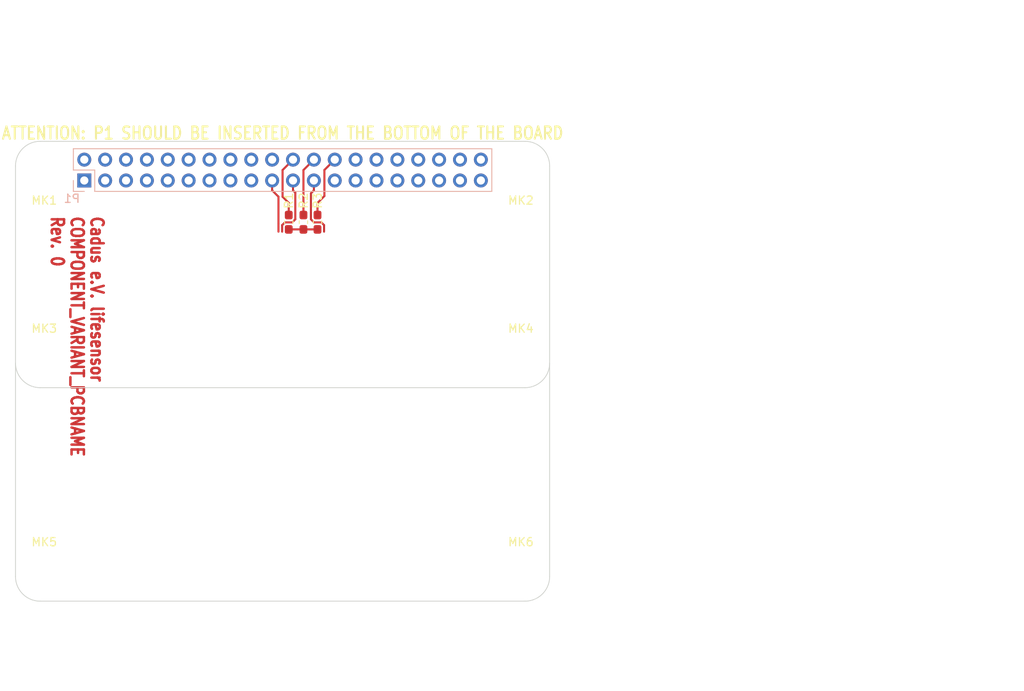
<source format=kicad_pcb>
(kicad_pcb (version 20171130) (host pcbnew "(5.1.5-0)")

  (general
    (thickness 1.6)
    (drawings 21)
    (tracks 32)
    (zones 0)
    (modules 10)
    (nets 35)
  )

  (page A3)
  (title_block
    (date "15 nov 2012")
  )

  (layers
    (0 F.Cu signal)
    (31 B.Cu signal)
    (32 B.Adhes user)
    (33 F.Adhes user)
    (34 B.Paste user)
    (35 F.Paste user)
    (36 B.SilkS user)
    (37 F.SilkS user)
    (38 B.Mask user)
    (39 F.Mask user)
    (40 Dwgs.User user)
    (41 Cmts.User user)
    (42 Eco1.User user)
    (43 Eco2.User user)
    (44 Edge.Cuts user)
    (45 Margin user)
    (46 B.CrtYd user)
    (47 F.CrtYd user)
  )

  (setup
    (last_trace_width 0.25)
    (user_trace_width 0.25)
    (user_trace_width 0.5)
    (user_trace_width 1)
    (trace_clearance 0.2)
    (zone_clearance 0.508)
    (zone_45_only no)
    (trace_min 0.25)
    (via_size 0.9)
    (via_drill 0.5)
    (via_min_size 0.8)
    (via_min_drill 0.5)
    (uvia_size 0.5)
    (uvia_drill 0.1)
    (uvias_allowed no)
    (uvia_min_size 0.5)
    (uvia_min_drill 0.1)
    (edge_width 0.1)
    (segment_width 0.1)
    (pcb_text_width 0.25)
    (pcb_text_size 1.25 1.25)
    (mod_edge_width 0.15)
    (mod_text_size 1 1)
    (mod_text_width 0.25)
    (pad_size 2.7 2.7)
    (pad_drill 2.7)
    (pad_to_mask_clearance 0)
    (aux_axis_origin 200 150)
    (grid_origin 200 150)
    (visible_elements 7FFFFFFF)
    (pcbplotparams
      (layerselection 0x000f0_ffffffff)
      (usegerberextensions true)
      (usegerberattributes false)
      (usegerberadvancedattributes false)
      (creategerberjobfile false)
      (excludeedgelayer true)
      (linewidth 0.150000)
      (plotframeref false)
      (viasonmask false)
      (mode 1)
      (useauxorigin false)
      (hpglpennumber 1)
      (hpglpenspeed 20)
      (hpglpendiameter 15.000000)
      (psnegative false)
      (psa4output false)
      (plotreference true)
      (plotvalue true)
      (plotinvisibletext false)
      (padsonsilk false)
      (subtractmaskfromsilk false)
      (outputformat 1)
      (mirror false)
      (drillshape 0)
      (scaleselection 1)
      (outputdirectory "../manufacture/gerbers/"))
  )

  (net 0 "")
  (net 1 +3V3)
  (net 2 GND)
  (net 3 /ID_SD)
  (net 4 /ID_SC)
  (net 5 /GPIO5)
  (net 6 /GPIO6)
  (net 7 /GPIO26)
  (net 8 "/GPIO12(PWM0)")
  (net 9 "/GPIO13(PWM1)")
  (net 10 "/GPIO19(SPI1_MISO)")
  (net 11 /GPIO16)
  (net 12 "/GPIO20(SPI1_MOSI)")
  (net 13 "/GPIO21(SPI1_SCK)")
  (net 14 +3.3VA)
  (net 15 +5VA)
  (net 16 /SENS_SDA)
  (net 17 +5VD)
  (net 18 /SENS_SCL)
  (net 19 /SENS_INT_BPM)
  (net 20 /SENS_GPIO0)
  (net 21 /SENS_GPIO1)
  (net 22 /SENS_INT_ECG)
  (net 23 /SENS_INT_SPO2)
  (net 24 /SENS_START)
  (net 25 /~SENS_RST_BPM)
  (net 26 /~SENS_RST_ECG)
  (net 27 /~SENS_RST_SPO2)
  (net 28 /SENS_MOSI)
  (net 29 /SENS_MISO)
  (net 30 /~SENS_CS_BPM)
  (net 31 /SENS_SCLK)
  (net 32 /~SENS_CS_ECG)
  (net 33 /~SENS_CS_SPO2)
  (net 34 /~CS)

  (net_class Default "This is the default net class."
    (clearance 0.2)
    (trace_width 0.25)
    (via_dia 0.9)
    (via_drill 0.5)
    (uvia_dia 0.5)
    (uvia_drill 0.1)
    (diff_pair_width 0.25)
    (diff_pair_gap 0.25)
    (add_net "/GPIO12(PWM0)")
    (add_net "/GPIO13(PWM1)")
    (add_net /GPIO16)
    (add_net "/GPIO19(SPI1_MISO)")
    (add_net "/GPIO20(SPI1_MOSI)")
    (add_net "/GPIO21(SPI1_SCK)")
    (add_net /GPIO26)
    (add_net /GPIO5)
    (add_net /GPIO6)
    (add_net /ID_SC)
    (add_net /ID_SD)
    (add_net /SENS_GPIO0)
    (add_net /SENS_GPIO1)
    (add_net /SENS_INT_BPM)
    (add_net /SENS_INT_ECG)
    (add_net /SENS_INT_SPO2)
    (add_net /SENS_MISO)
    (add_net /SENS_MOSI)
    (add_net /SENS_SCL)
    (add_net /SENS_SCLK)
    (add_net /SENS_SDA)
    (add_net /SENS_START)
    (add_net /~CS)
    (add_net /~SENS_CS_BPM)
    (add_net /~SENS_CS_ECG)
    (add_net /~SENS_CS_SPO2)
    (add_net /~SENS_RST_BPM)
    (add_net /~SENS_RST_ECG)
    (add_net /~SENS_RST_SPO2)
  )

  (net_class Power ""
    (clearance 0.2)
    (trace_width 0.5)
    (via_dia 1)
    (via_drill 0.7)
    (uvia_dia 0.5)
    (uvia_drill 0.1)
    (diff_pair_width 0.25)
    (diff_pair_gap 0.25)
    (add_net +3.3VA)
    (add_net +3V3)
    (add_net +5VA)
    (add_net +5VD)
    (add_net GND)
  )

  (module Resistor_SMD:R_0603_1608Metric_Pad1.05x0.95mm_HandSolder (layer F.Cu) (tedit 5B301BBD) (tstamp 5EA798A4)
    (at 236.75 103.85 90)
    (descr "Resistor SMD 0603 (1608 Metric), square (rectangular) end terminal, IPC_7351 nominal with elongated pad for handsoldering. (Body size source: http://www.tortai-tech.com/upload/download/2011102023233369053.pdf), generated with kicad-footprint-generator")
    (tags "resistor handsolder")
    (path /5EA8833D)
    (attr smd)
    (fp_text reference R3 (at 2.618 0.012 90) (layer F.SilkS)
      (effects (font (size 1 1) (thickness 0.15)))
    )
    (fp_text value n.p. (at 0 1.43 90) (layer F.Fab)
      (effects (font (size 1 1) (thickness 0.15)))
    )
    (fp_text user %R (at 0 0 90) (layer F.Fab)
      (effects (font (size 0.4 0.4) (thickness 0.06)))
    )
    (fp_line (start 1.65 0.73) (end -1.65 0.73) (layer F.CrtYd) (width 0.05))
    (fp_line (start 1.65 -0.73) (end 1.65 0.73) (layer F.CrtYd) (width 0.05))
    (fp_line (start -1.65 -0.73) (end 1.65 -0.73) (layer F.CrtYd) (width 0.05))
    (fp_line (start -1.65 0.73) (end -1.65 -0.73) (layer F.CrtYd) (width 0.05))
    (fp_line (start -0.171267 0.51) (end 0.171267 0.51) (layer F.SilkS) (width 0.12))
    (fp_line (start -0.171267 -0.51) (end 0.171267 -0.51) (layer F.SilkS) (width 0.12))
    (fp_line (start 0.8 0.4) (end -0.8 0.4) (layer F.Fab) (width 0.1))
    (fp_line (start 0.8 -0.4) (end 0.8 0.4) (layer F.Fab) (width 0.1))
    (fp_line (start -0.8 -0.4) (end 0.8 -0.4) (layer F.Fab) (width 0.1))
    (fp_line (start -0.8 0.4) (end -0.8 -0.4) (layer F.Fab) (width 0.1))
    (pad 2 smd roundrect (at 0.875 0 90) (size 1.05 0.95) (layers F.Cu F.Paste F.Mask) (roundrect_rratio 0.25)
      (net 33 /~SENS_CS_SPO2))
    (pad 1 smd roundrect (at -0.875 0 90) (size 1.05 0.95) (layers F.Cu F.Paste F.Mask) (roundrect_rratio 0.25)
      (net 34 /~CS))
    (model ${KISYS3DMOD}/Resistor_SMD.3dshapes/R_0603_1608Metric.wrl
      (at (xyz 0 0 0))
      (scale (xyz 1 1 1))
      (rotate (xyz 0 0 0))
    )
  )

  (module Resistor_SMD:R_0603_1608Metric_Pad1.05x0.95mm_HandSolder (layer F.Cu) (tedit 5B301BBD) (tstamp 5EA79853)
    (at 235.04 103.85 90)
    (descr "Resistor SMD 0603 (1608 Metric), square (rectangular) end terminal, IPC_7351 nominal with elongated pad for handsoldering. (Body size source: http://www.tortai-tech.com/upload/download/2011102023233369053.pdf), generated with kicad-footprint-generator")
    (tags "resistor handsolder")
    (path /5EA881A8)
    (attr smd)
    (fp_text reference R2 (at 2.618 0.012 90) (layer F.SilkS)
      (effects (font (size 1 1) (thickness 0.15)))
    )
    (fp_text value n.p. (at 0 1.43 90) (layer F.Fab)
      (effects (font (size 1 1) (thickness 0.15)))
    )
    (fp_text user %R (at 0 0 90) (layer F.Fab)
      (effects (font (size 0.4 0.4) (thickness 0.06)))
    )
    (fp_line (start 1.65 0.73) (end -1.65 0.73) (layer F.CrtYd) (width 0.05))
    (fp_line (start 1.65 -0.73) (end 1.65 0.73) (layer F.CrtYd) (width 0.05))
    (fp_line (start -1.65 -0.73) (end 1.65 -0.73) (layer F.CrtYd) (width 0.05))
    (fp_line (start -1.65 0.73) (end -1.65 -0.73) (layer F.CrtYd) (width 0.05))
    (fp_line (start -0.171267 0.51) (end 0.171267 0.51) (layer F.SilkS) (width 0.12))
    (fp_line (start -0.171267 -0.51) (end 0.171267 -0.51) (layer F.SilkS) (width 0.12))
    (fp_line (start 0.8 0.4) (end -0.8 0.4) (layer F.Fab) (width 0.1))
    (fp_line (start 0.8 -0.4) (end 0.8 0.4) (layer F.Fab) (width 0.1))
    (fp_line (start -0.8 -0.4) (end 0.8 -0.4) (layer F.Fab) (width 0.1))
    (fp_line (start -0.8 0.4) (end -0.8 -0.4) (layer F.Fab) (width 0.1))
    (pad 2 smd roundrect (at 0.875 0 90) (size 1.05 0.95) (layers F.Cu F.Paste F.Mask) (roundrect_rratio 0.25)
      (net 32 /~SENS_CS_ECG))
    (pad 1 smd roundrect (at -0.875 0 90) (size 1.05 0.95) (layers F.Cu F.Paste F.Mask) (roundrect_rratio 0.25)
      (net 34 /~CS))
    (model ${KISYS3DMOD}/Resistor_SMD.3dshapes/R_0603_1608Metric.wrl
      (at (xyz 0 0 0))
      (scale (xyz 1 1 1))
      (rotate (xyz 0 0 0))
    )
  )

  (module Resistor_SMD:R_0603_1608Metric_Pad1.05x0.95mm_HandSolder (layer F.Cu) (tedit 5B301BBD) (tstamp 5EA79B68)
    (at 233.25 103.85 90)
    (descr "Resistor SMD 0603 (1608 Metric), square (rectangular) end terminal, IPC_7351 nominal with elongated pad for handsoldering. (Body size source: http://www.tortai-tech.com/upload/download/2011102023233369053.pdf), generated with kicad-footprint-generator")
    (tags "resistor handsolder")
    (path /5EA7E07E)
    (attr smd)
    (fp_text reference R1 (at 2.618 0.012 90) (layer F.SilkS)
      (effects (font (size 1 1) (thickness 0.15)))
    )
    (fp_text value n.p. (at 0 1.43 90) (layer F.Fab)
      (effects (font (size 1 1) (thickness 0.15)))
    )
    (fp_text user %R (at 0 0 90) (layer F.Fab)
      (effects (font (size 0.4 0.4) (thickness 0.06)))
    )
    (fp_line (start 1.65 0.73) (end -1.65 0.73) (layer F.CrtYd) (width 0.05))
    (fp_line (start 1.65 -0.73) (end 1.65 0.73) (layer F.CrtYd) (width 0.05))
    (fp_line (start -1.65 -0.73) (end 1.65 -0.73) (layer F.CrtYd) (width 0.05))
    (fp_line (start -1.65 0.73) (end -1.65 -0.73) (layer F.CrtYd) (width 0.05))
    (fp_line (start -0.171267 0.51) (end 0.171267 0.51) (layer F.SilkS) (width 0.12))
    (fp_line (start -0.171267 -0.51) (end 0.171267 -0.51) (layer F.SilkS) (width 0.12))
    (fp_line (start 0.8 0.4) (end -0.8 0.4) (layer F.Fab) (width 0.1))
    (fp_line (start 0.8 -0.4) (end 0.8 0.4) (layer F.Fab) (width 0.1))
    (fp_line (start -0.8 -0.4) (end 0.8 -0.4) (layer F.Fab) (width 0.1))
    (fp_line (start -0.8 0.4) (end -0.8 -0.4) (layer F.Fab) (width 0.1))
    (pad 2 smd roundrect (at 0.875 0 90) (size 1.05 0.95) (layers F.Cu F.Paste F.Mask) (roundrect_rratio 0.25)
      (net 30 /~SENS_CS_BPM))
    (pad 1 smd roundrect (at -0.875 0 90) (size 1.05 0.95) (layers F.Cu F.Paste F.Mask) (roundrect_rratio 0.25)
      (net 34 /~CS))
    (model ${KISYS3DMOD}/Resistor_SMD.3dshapes/R_0603_1608Metric.wrl
      (at (xyz 0 0 0))
      (scale (xyz 1 1 1))
      (rotate (xyz 0 0 0))
    )
  )

  (module MountingHole:MountingHole_2.7mm_M2.5 (layer F.Cu) (tedit 56D1B4CB) (tstamp 5EA6167B)
    (at 261.5 146.5)
    (descr "Mounting Hole 2.7mm, no annular, M2.5")
    (tags "mounting hole 2.7mm no annular m2.5")
    (path /5EABF7F7)
    (attr virtual)
    (fp_text reference MK6 (at 0 -3.7) (layer F.SilkS)
      (effects (font (size 1 1) (thickness 0.15)))
    )
    (fp_text value M2.5 (at 0 3.7) (layer F.Fab)
      (effects (font (size 1 1) (thickness 0.15)))
    )
    (fp_circle (center 0 0) (end 2.95 0) (layer F.CrtYd) (width 0.05))
    (fp_circle (center 0 0) (end 2.7 0) (layer Cmts.User) (width 0.15))
    (fp_text user %R (at 0.3 0) (layer F.Fab)
      (effects (font (size 1 1) (thickness 0.15)))
    )
    (pad 1 np_thru_hole circle (at 0 0) (size 2.7 2.7) (drill 2.7) (layers *.Cu *.Mask))
  )

  (module MountingHole:MountingHole_2.7mm_M2.5 (layer F.Cu) (tedit 56D1B4CB) (tstamp 5EA61666)
    (at 203.5 146.5)
    (descr "Mounting Hole 2.7mm, no annular, M2.5")
    (tags "mounting hole 2.7mm no annular m2.5")
    (path /5EABF7F1)
    (attr virtual)
    (fp_text reference MK5 (at 0 -3.7) (layer F.SilkS)
      (effects (font (size 1 1) (thickness 0.15)))
    )
    (fp_text value M2.5 (at 0 3.7) (layer F.Fab)
      (effects (font (size 1 1) (thickness 0.15)))
    )
    (fp_circle (center 0 0) (end 2.95 0) (layer F.CrtYd) (width 0.05))
    (fp_circle (center 0 0) (end 2.7 0) (layer Cmts.User) (width 0.15))
    (fp_text user %R (at 0.3 0) (layer F.Fab)
      (effects (font (size 1 1) (thickness 0.15)))
    )
    (pad 1 np_thru_hole circle (at 0 0) (size 2.7 2.7) (drill 2.7) (layers *.Cu *.Mask))
  )

  (module Connector_PinSocket_2.54mm:PinSocket_2x20_P2.54mm_Vertical (layer B.Cu) (tedit 5A19A433) (tstamp 5A793E9F)
    (at 208.37 98.77 270)
    (descr "Through hole straight socket strip, 2x20, 2.54mm pitch, double cols (from Kicad 4.0.7), script generated")
    (tags "Through hole socket strip THT 2x20 2.54mm double row")
    (path /59AD464A)
    (fp_text reference P1 (at 2.208 1.512) (layer B.SilkS)
      (effects (font (size 1 1) (thickness 0.15)) (justify mirror))
    )
    (fp_text value Conn_02x20_Odd_Even (at -1.27 -51.03 270) (layer B.Fab)
      (effects (font (size 1 1) (thickness 0.15)) (justify mirror))
    )
    (fp_line (start -3.81 1.27) (end 0.27 1.27) (layer B.Fab) (width 0.1))
    (fp_line (start 0.27 1.27) (end 1.27 0.27) (layer B.Fab) (width 0.1))
    (fp_line (start 1.27 0.27) (end 1.27 -49.53) (layer B.Fab) (width 0.1))
    (fp_line (start 1.27 -49.53) (end -3.81 -49.53) (layer B.Fab) (width 0.1))
    (fp_line (start -3.81 -49.53) (end -3.81 1.27) (layer B.Fab) (width 0.1))
    (fp_line (start -3.87 1.33) (end -1.27 1.33) (layer B.SilkS) (width 0.12))
    (fp_line (start -3.87 1.33) (end -3.87 -49.59) (layer B.SilkS) (width 0.12))
    (fp_line (start -3.87 -49.59) (end 1.33 -49.59) (layer B.SilkS) (width 0.12))
    (fp_line (start 1.33 -1.27) (end 1.33 -49.59) (layer B.SilkS) (width 0.12))
    (fp_line (start -1.27 -1.27) (end 1.33 -1.27) (layer B.SilkS) (width 0.12))
    (fp_line (start -1.27 1.33) (end -1.27 -1.27) (layer B.SilkS) (width 0.12))
    (fp_line (start 1.33 1.33) (end 1.33 0) (layer B.SilkS) (width 0.12))
    (fp_line (start 0 1.33) (end 1.33 1.33) (layer B.SilkS) (width 0.12))
    (fp_line (start -4.34 1.8) (end 1.76 1.8) (layer B.CrtYd) (width 0.05))
    (fp_line (start 1.76 1.8) (end 1.76 -50) (layer B.CrtYd) (width 0.05))
    (fp_line (start 1.76 -50) (end -4.34 -50) (layer B.CrtYd) (width 0.05))
    (fp_line (start -4.34 -50) (end -4.34 1.8) (layer B.CrtYd) (width 0.05))
    (fp_text user %R (at -1.27 -24.13 180) (layer B.Fab)
      (effects (font (size 1 1) (thickness 0.15)) (justify mirror))
    )
    (pad 1 thru_hole rect (at 0 0 270) (size 1.7 1.7) (drill 1) (layers *.Cu *.Mask)
      (net 14 +3.3VA))
    (pad 2 thru_hole oval (at -2.54 0 270) (size 1.7 1.7) (drill 1) (layers *.Cu *.Mask)
      (net 15 +5VA))
    (pad 3 thru_hole oval (at 0 -2.54 270) (size 1.7 1.7) (drill 1) (layers *.Cu *.Mask)
      (net 16 /SENS_SDA))
    (pad 4 thru_hole oval (at -2.54 -2.54 270) (size 1.7 1.7) (drill 1) (layers *.Cu *.Mask)
      (net 17 +5VD))
    (pad 5 thru_hole oval (at 0 -5.08 270) (size 1.7 1.7) (drill 1) (layers *.Cu *.Mask)
      (net 18 /SENS_SCL))
    (pad 6 thru_hole oval (at -2.54 -5.08 270) (size 1.7 1.7) (drill 1) (layers *.Cu *.Mask)
      (net 2 GND))
    (pad 7 thru_hole oval (at 0 -7.62 270) (size 1.7 1.7) (drill 1) (layers *.Cu *.Mask)
      (net 19 /SENS_INT_BPM))
    (pad 8 thru_hole oval (at -2.54 -7.62 270) (size 1.7 1.7) (drill 1) (layers *.Cu *.Mask)
      (net 20 /SENS_GPIO0))
    (pad 9 thru_hole oval (at 0 -10.16 270) (size 1.7 1.7) (drill 1) (layers *.Cu *.Mask)
      (net 2 GND))
    (pad 10 thru_hole oval (at -2.54 -10.16 270) (size 1.7 1.7) (drill 1) (layers *.Cu *.Mask)
      (net 21 /SENS_GPIO1))
    (pad 11 thru_hole oval (at 0 -12.7 270) (size 1.7 1.7) (drill 1) (layers *.Cu *.Mask)
      (net 22 /SENS_INT_ECG))
    (pad 12 thru_hole oval (at -2.54 -12.7 270) (size 1.7 1.7) (drill 1) (layers *.Cu *.Mask)
      (net 23 /SENS_INT_SPO2))
    (pad 13 thru_hole oval (at 0 -15.24 270) (size 1.7 1.7) (drill 1) (layers *.Cu *.Mask)
      (net 24 /SENS_START))
    (pad 14 thru_hole oval (at -2.54 -15.24 270) (size 1.7 1.7) (drill 1) (layers *.Cu *.Mask)
      (net 2 GND))
    (pad 15 thru_hole oval (at 0 -17.78 270) (size 1.7 1.7) (drill 1) (layers *.Cu *.Mask)
      (net 25 /~SENS_RST_BPM))
    (pad 16 thru_hole oval (at -2.54 -17.78 270) (size 1.7 1.7) (drill 1) (layers *.Cu *.Mask)
      (net 26 /~SENS_RST_ECG))
    (pad 17 thru_hole oval (at 0 -20.32 270) (size 1.7 1.7) (drill 1) (layers *.Cu *.Mask)
      (net 1 +3V3))
    (pad 18 thru_hole oval (at -2.54 -20.32 270) (size 1.7 1.7) (drill 1) (layers *.Cu *.Mask)
      (net 27 /~SENS_RST_SPO2))
    (pad 19 thru_hole oval (at 0 -22.86 270) (size 1.7 1.7) (drill 1) (layers *.Cu *.Mask)
      (net 28 /SENS_MOSI))
    (pad 20 thru_hole oval (at -2.54 -22.86 270) (size 1.7 1.7) (drill 1) (layers *.Cu *.Mask)
      (net 2 GND))
    (pad 21 thru_hole oval (at 0 -25.4 270) (size 1.7 1.7) (drill 1) (layers *.Cu *.Mask)
      (net 29 /SENS_MISO))
    (pad 22 thru_hole oval (at -2.54 -25.4 270) (size 1.7 1.7) (drill 1) (layers *.Cu *.Mask)
      (net 30 /~SENS_CS_BPM))
    (pad 23 thru_hole oval (at 0 -27.94 270) (size 1.7 1.7) (drill 1) (layers *.Cu *.Mask)
      (net 31 /SENS_SCLK))
    (pad 24 thru_hole oval (at -2.54 -27.94 270) (size 1.7 1.7) (drill 1) (layers *.Cu *.Mask)
      (net 32 /~SENS_CS_ECG))
    (pad 25 thru_hole oval (at 0 -30.48 270) (size 1.7 1.7) (drill 1) (layers *.Cu *.Mask)
      (net 2 GND))
    (pad 26 thru_hole oval (at -2.54 -30.48 270) (size 1.7 1.7) (drill 1) (layers *.Cu *.Mask)
      (net 33 /~SENS_CS_SPO2))
    (pad 27 thru_hole oval (at 0 -33.02 270) (size 1.7 1.7) (drill 1) (layers *.Cu *.Mask)
      (net 3 /ID_SD))
    (pad 28 thru_hole oval (at -2.54 -33.02 270) (size 1.7 1.7) (drill 1) (layers *.Cu *.Mask)
      (net 4 /ID_SC))
    (pad 29 thru_hole oval (at 0 -35.56 270) (size 1.7 1.7) (drill 1) (layers *.Cu *.Mask)
      (net 5 /GPIO5))
    (pad 30 thru_hole oval (at -2.54 -35.56 270) (size 1.7 1.7) (drill 1) (layers *.Cu *.Mask)
      (net 2 GND))
    (pad 31 thru_hole oval (at 0 -38.1 270) (size 1.7 1.7) (drill 1) (layers *.Cu *.Mask)
      (net 6 /GPIO6))
    (pad 32 thru_hole oval (at -2.54 -38.1 270) (size 1.7 1.7) (drill 1) (layers *.Cu *.Mask)
      (net 8 "/GPIO12(PWM0)"))
    (pad 33 thru_hole oval (at 0 -40.64 270) (size 1.7 1.7) (drill 1) (layers *.Cu *.Mask)
      (net 9 "/GPIO13(PWM1)"))
    (pad 34 thru_hole oval (at -2.54 -40.64 270) (size 1.7 1.7) (drill 1) (layers *.Cu *.Mask)
      (net 2 GND))
    (pad 35 thru_hole oval (at 0 -43.18 270) (size 1.7 1.7) (drill 1) (layers *.Cu *.Mask)
      (net 10 "/GPIO19(SPI1_MISO)"))
    (pad 36 thru_hole oval (at -2.54 -43.18 270) (size 1.7 1.7) (drill 1) (layers *.Cu *.Mask)
      (net 11 /GPIO16))
    (pad 37 thru_hole oval (at 0 -45.72 270) (size 1.7 1.7) (drill 1) (layers *.Cu *.Mask)
      (net 7 /GPIO26))
    (pad 38 thru_hole oval (at -2.54 -45.72 270) (size 1.7 1.7) (drill 1) (layers *.Cu *.Mask)
      (net 12 "/GPIO20(SPI1_MOSI)"))
    (pad 39 thru_hole oval (at 0 -48.26 270) (size 1.7 1.7) (drill 1) (layers *.Cu *.Mask)
      (net 2 GND))
    (pad 40 thru_hole oval (at -2.54 -48.26 270) (size 1.7 1.7) (drill 1) (layers *.Cu *.Mask)
      (net 13 "/GPIO21(SPI1_SCK)"))
    (model ${KISYS3DMOD}/Connector_PinSocket_2.54mm.3dshapes/PinSocket_2x20_P2.54mm_Vertical.wrl
      (at (xyz 0 0 0))
      (scale (xyz 1 1 1))
      (rotate (xyz 0 0 0))
    )
  )

  (module MountingHole:MountingHole_2.7mm_M2.5 (layer F.Cu) (tedit 56D1B4CB) (tstamp 5A793E98)
    (at 261.5 120.5)
    (descr "Mounting Hole 2.7mm, no annular, M2.5")
    (tags "mounting hole 2.7mm no annular m2.5")
    (path /5834FC4F)
    (attr virtual)
    (fp_text reference MK4 (at 0 -3.7) (layer F.SilkS)
      (effects (font (size 1 1) (thickness 0.15)))
    )
    (fp_text value M2.5 (at 0 3.7) (layer F.Fab)
      (effects (font (size 1 1) (thickness 0.15)))
    )
    (fp_circle (center 0 0) (end 2.95 0) (layer F.CrtYd) (width 0.05))
    (fp_circle (center 0 0) (end 2.7 0) (layer Cmts.User) (width 0.15))
    (fp_text user %R (at 0.3 0) (layer F.Fab)
      (effects (font (size 1 1) (thickness 0.15)))
    )
    (pad 1 np_thru_hole circle (at 0 0) (size 2.7 2.7) (drill 2.7) (layers *.Cu *.Mask))
  )

  (module MountingHole:MountingHole_2.7mm_M2.5 (layer F.Cu) (tedit 56D1B4CB) (tstamp 5A793E91)
    (at 203.5 120.5)
    (descr "Mounting Hole 2.7mm, no annular, M2.5")
    (tags "mounting hole 2.7mm no annular m2.5")
    (path /5834FBEF)
    (attr virtual)
    (fp_text reference MK3 (at 0 -3.7) (layer F.SilkS)
      (effects (font (size 1 1) (thickness 0.15)))
    )
    (fp_text value M2.5 (at 0 3.7) (layer F.Fab)
      (effects (font (size 1 1) (thickness 0.15)))
    )
    (fp_text user %R (at 0.3 0) (layer F.Fab)
      (effects (font (size 1 1) (thickness 0.15)))
    )
    (fp_circle (center 0 0) (end 2.7 0) (layer Cmts.User) (width 0.15))
    (fp_circle (center 0 0) (end 2.95 0) (layer F.CrtYd) (width 0.05))
    (pad 1 np_thru_hole circle (at 0 0) (size 2.7 2.7) (drill 2.7) (layers *.Cu *.Mask))
  )

  (module MountingHole:MountingHole_2.7mm_M2.5 (layer F.Cu) (tedit 56D1B4CB) (tstamp 5A793E8A)
    (at 261.5 97.5 180)
    (descr "Mounting Hole 2.7mm, no annular, M2.5")
    (tags "mounting hole 2.7mm no annular m2.5")
    (path /5834FC19)
    (attr virtual)
    (fp_text reference MK2 (at 0 -3.7 180) (layer F.SilkS)
      (effects (font (size 1 1) (thickness 0.15)))
    )
    (fp_text value M2.5 (at 0 3.7 180) (layer F.Fab)
      (effects (font (size 1 1) (thickness 0.15)))
    )
    (fp_circle (center 0 0) (end 2.95 0) (layer F.CrtYd) (width 0.05))
    (fp_circle (center 0 0) (end 2.7 0) (layer Cmts.User) (width 0.15))
    (fp_text user %R (at 0.3 0 180) (layer F.Fab)
      (effects (font (size 1 1) (thickness 0.15)))
    )
    (pad 1 np_thru_hole circle (at 0 0 180) (size 2.7 2.7) (drill 2.7) (layers *.Cu *.Mask))
  )

  (module MountingHole:MountingHole_2.7mm_M2.5 (layer F.Cu) (tedit 56D1B4CB) (tstamp 5EA616D2)
    (at 203.5 97.5 180)
    (descr "Mounting Hole 2.7mm, no annular, M2.5")
    (tags "mounting hole 2.7mm no annular m2.5")
    (path /5834FB2E)
    (attr virtual)
    (fp_text reference MK1 (at 0 -3.7 180) (layer F.SilkS)
      (effects (font (size 1 1) (thickness 0.15)))
    )
    (fp_text value M2.5 (at 0 3.7 180) (layer F.Fab)
      (effects (font (size 1 1) (thickness 0.15)))
    )
    (fp_text user %R (at 0.3 0 180) (layer F.Fab)
      (effects (font (size 1 1) (thickness 0.15)))
    )
    (fp_circle (center 0 0) (end 2.7 0) (layer Cmts.User) (width 0.15))
    (fp_circle (center 0 0) (end 2.95 0) (layer F.CrtYd) (width 0.05))
    (pad 1 np_thru_hole circle (at 0 0 180) (size 2.7 2.7) (drill 2.7) (layers *.Cu *.Mask))
  )

  (gr_text "ATTENTION: P1 SHOULD BE INSERTED FROM THE BOTTOM OF THE BOARD" (at 232.5 93) (layer F.SilkS)
    (effects (font (size 1.5 1.25) (thickness 0.25)))
  )
  (gr_text "place all connectors here" (at 232 145) (layer Dwgs.User) (tstamp 5F452A9F)
    (effects (font (size 3 2) (thickness 0.3)))
  )
  (gr_text "Cadus e.V. lifesensor\nCOMPONENT_VARIANT_PCBNAME\nRev. 0" (at 207.5 103 270) (layer F.Mask) (tstamp 5F452585)
    (effects (font (size 1.5 1.25) (thickness 0.3)) (justify left))
  )
  (gr_text "Cadus e.V. lifesensor\nCOMPONENT_VARIANT_PCBNAME\nRev. 0" (at 207.5 103 270) (layer F.Cu) (tstamp 5F452634)
    (effects (font (size 1.5 1.25) (thickness 0.3)) (justify left))
  )
  (gr_line (start 257 140) (end 208 140) (layer Dwgs.User) (width 0.12) (tstamp 5F451BA5))
  (gr_line (start 257 150) (end 257 140) (layer Dwgs.User) (width 0.12))
  (gr_line (start 208 150) (end 257 150) (layer Dwgs.User) (width 0.12))
  (gr_line (start 208 140) (end 208 150) (layer Dwgs.User) (width 0.12))
  (gr_text "All connectors (except for P1) must be angled\nand must be placed on this edge pointing downwards." (at 200 158) (layer Dwgs.User) (tstamp 5EA618A2)
    (effects (font (size 2 1.7) (thickness 0.12)) (justify left))
  )
  (gr_arc (start 203 121) (end 200 121) (angle -90) (layer Edge.Cuts) (width 0.1))
  (gr_arc (start 262 121) (end 262 124) (angle -90) (layer Edge.Cuts) (width 0.1))
  (gr_line (start 203 124) (end 262 124) (layer Edge.Cuts) (width 0.1) (tstamp 5EA61759))
  (gr_arc (start 262 97) (end 262 94) (angle 90) (layer Edge.Cuts) (width 0.1))
  (gr_arc (start 262 147) (end 265 147) (angle 90) (layer Edge.Cuts) (width 0.1))
  (gr_arc (start 203 147) (end 203 150) (angle 90) (layer Edge.Cuts) (width 0.1))
  (gr_arc (start 203 97) (end 200 97) (angle 90) (layer Edge.Cuts) (width 0.1))
  (gr_line (start 262 94) (end 203 94) (layer Edge.Cuts) (width 0.1))
  (gr_line (start 265 147) (end 265 97) (layer Edge.Cuts) (width 0.1))
  (gr_line (start 203 150) (end 262 150) (layer Edge.Cuts) (width 0.1))
  (gr_line (start 200 97) (end 200 147) (layer Edge.Cuts) (width 0.1))
  (gr_text "RASPBERRY-PI 40-PIN ADDON BOARD\nVIEW FROM TOP\nNOTE: P1 SHOULD BE INSERTED FROM THE BOTTOM OF THE BOARD\nNOTE: remove pcb edge below MK3/MK4 or MK5/MK6 depending on the board size you need." (at 200 83) (layer Dwgs.User) (tstamp 5F452FA8)
    (effects (font (size 2 1.7) (thickness 0.12)) (justify left))
  )

  (segment (start 231.23 99.972081) (end 231.99998 100.742061) (width 0.25) (layer F.Cu) (net 28))
  (segment (start 231.23 98.77) (end 231.23 99.972081) (width 0.25) (layer F.Cu) (net 28))
  (segment (start 231.99998 100.742061) (end 231.99998 104.0181) (width 0.25) (layer F.Cu) (net 28))
  (segment (start 231.99998 104.0181) (end 231.99998 105) (width 0.25) (layer F.Cu) (net 28))
  (segment (start 232.7795 103.87499) (end 232.44999 104.2045) (width 0.25) (layer F.Cu) (net 29))
  (segment (start 234.05001 103.4955) (end 233.67052 103.87499) (width 0.25) (layer F.Cu) (net 29))
  (segment (start 233.67052 103.87499) (end 232.7795 103.87499) (width 0.25) (layer F.Cu) (net 29))
  (segment (start 234.05001 100.252091) (end 234.05001 103.4955) (width 0.25) (layer F.Cu) (net 29))
  (segment (start 233.77 99.972081) (end 234.05001 100.252091) (width 0.25) (layer F.Cu) (net 29))
  (segment (start 233.77 98.77) (end 233.77 99.972081) (width 0.25) (layer F.Cu) (net 29))
  (segment (start 232.44999 104.2045) (end 232.44999 105) (width 0.25) (layer F.Cu) (net 29))
  (segment (start 232.5 97.5) (end 233.77 96.23) (width 0.25) (layer F.Cu) (net 30))
  (segment (start 233.25 101.5) (end 232.5 100.75) (width 0.25) (layer F.Cu) (net 30))
  (segment (start 233.25 102.975) (end 233.25 101.5) (width 0.25) (layer F.Cu) (net 30))
  (segment (start 232.5 100.75) (end 232.5 97.5) (width 0.25) (layer F.Cu) (net 30))
  (segment (start 237.2205 103.87499) (end 237.55001 104.2045) (width 0.25) (layer F.Cu) (net 31))
  (segment (start 236.32948 103.87499) (end 237.2205 103.87499) (width 0.25) (layer F.Cu) (net 31))
  (segment (start 235.94999 103.4955) (end 236.32948 103.87499) (width 0.25) (layer F.Cu) (net 31))
  (segment (start 235.94999 100.332091) (end 235.94999 103.4955) (width 0.25) (layer F.Cu) (net 31))
  (segment (start 236.31 99.972081) (end 235.94999 100.332091) (width 0.25) (layer F.Cu) (net 31))
  (segment (start 236.31 98.77) (end 236.31 99.972081) (width 0.25) (layer F.Cu) (net 31))
  (segment (start 237.55001 104.2045) (end 237.55001 105) (width 0.25) (layer F.Cu) (net 31))
  (segment (start 235.04 97.5) (end 236.31 96.23) (width 0.25) (layer F.Cu) (net 32))
  (segment (start 235.04 102.975) (end 235.04 97.5) (width 0.25) (layer F.Cu) (net 32))
  (segment (start 237.59 97.49) (end 238.000001 97.079999) (width 0.25) (layer F.Cu) (net 33))
  (segment (start 237.59 100.66) (end 237.59 97.49) (width 0.25) (layer F.Cu) (net 33))
  (segment (start 238.000001 97.079999) (end 238.85 96.23) (width 0.25) (layer F.Cu) (net 33))
  (segment (start 236.75 101.5) (end 237.59 100.66) (width 0.25) (layer F.Cu) (net 33))
  (segment (start 236.75 102.975) (end 236.75 101.5) (width 0.25) (layer F.Cu) (net 33))
  (segment (start 232.975 104.725) (end 235.04 104.725) (width 0.25) (layer F.Cu) (net 34))
  (segment (start 233.25 104.725) (end 232.975 104.725) (width 0.25) (layer F.Cu) (net 34))
  (segment (start 235.04 104.725) (end 236.75 104.725) (width 0.25) (layer F.Cu) (net 34))

)

</source>
